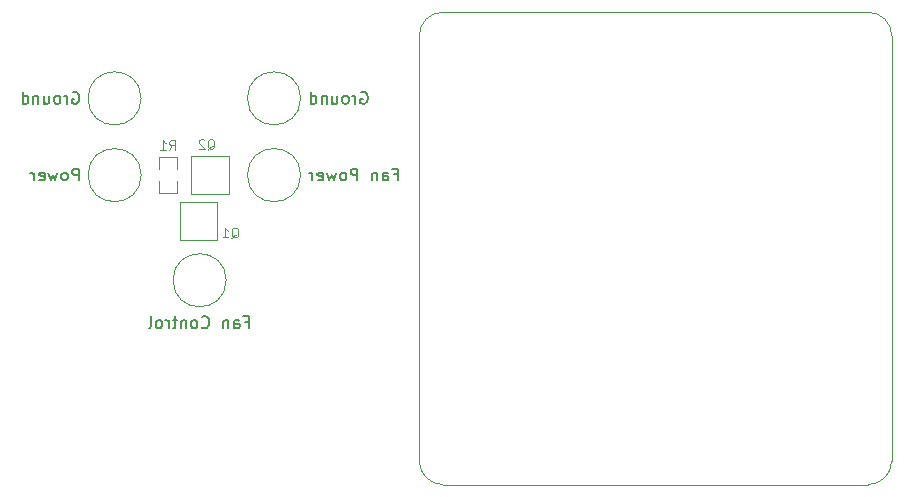
<source format=gbo>
G04 #@! TF.GenerationSoftware,KiCad,Pcbnew,5.0.2-bee76a0~70~ubuntu16.04.1*
G04 #@! TF.CreationDate,2019-08-24T22:06:37-07:00*
G04 #@! TF.ProjectId,endcap,656e6463-6170-42e6-9b69-6361645f7063,rev?*
G04 #@! TF.SameCoordinates,PX2faf080PY2faf080*
G04 #@! TF.FileFunction,Legend,Bot*
G04 #@! TF.FilePolarity,Positive*
%FSLAX46Y46*%
G04 Gerber Fmt 4.6, Leading zero omitted, Abs format (unit mm)*
G04 Created by KiCad (PCBNEW 5.0.2-bee76a0~70~ubuntu16.04.1) date Sat 24 Aug 2019 10:06:37 PM PDT*
%MOMM*%
%LPD*%
G01*
G04 APERTURE LIST*
%ADD10C,0.100000*%
%ADD11C,0.120000*%
%ADD12C,0.150000*%
G04 APERTURE END LIST*
D10*
G04 #@! TO.C,REF\002A\002A*
X41400000Y-50000000D02*
G75*
G03X43400000Y-52000000I2000000J0D01*
G01*
X43400000Y-12000000D02*
G75*
G03X41400000Y-14000000I0J-2000000D01*
G01*
X81400000Y-14000000D02*
G75*
G03X79400000Y-12000000I-2000000J0D01*
G01*
X79400000Y-52000000D02*
G75*
G03X81400000Y-50000000I0J2000000D01*
G01*
X79400000Y-52000000D02*
X43400000Y-52000000D01*
X81400000Y-14000000D02*
X81400000Y-50000000D01*
X43400000Y-12000000D02*
X79400000Y-12000000D01*
X41400000Y-50000000D02*
X41400000Y-14000000D01*
G04 #@! TO.C,R1*
X20862000Y-27324000D02*
X20862000Y-26308000D01*
X19338000Y-27324000D02*
X20862000Y-27324000D01*
X19338000Y-26308000D02*
X19338000Y-27324000D01*
X19338000Y-24276000D02*
X19338000Y-25292000D01*
X20862000Y-24276000D02*
X19338000Y-24276000D01*
X20862000Y-25292000D02*
X20862000Y-24276000D01*
G04 #@! TO.C,Q1*
X21100000Y-31300000D02*
X21100000Y-28100000D01*
X24300000Y-31300000D02*
X21100000Y-31300000D01*
X24300000Y-28100000D02*
X24300000Y-31300000D01*
X21100000Y-28100000D02*
X24300000Y-28100000D01*
G04 #@! TO.C,Q2*
X22100000Y-24200000D02*
X25300000Y-24200000D01*
X22100000Y-27400000D02*
X22100000Y-24200000D01*
X25300000Y-27400000D02*
X22100000Y-27400000D01*
X25300000Y-24200000D02*
X25300000Y-27400000D01*
D11*
G04 #@! TO.C,TP1*
X17850000Y-25800000D02*
G75*
G03X17850000Y-25800000I-2250000J0D01*
G01*
G04 #@! TO.C,TP2*
X25050000Y-34700000D02*
G75*
G03X25050000Y-34700000I-2250000J0D01*
G01*
G04 #@! TO.C,TP3*
X17850000Y-19300000D02*
G75*
G03X17850000Y-19300000I-2250000J0D01*
G01*
G04 #@! TO.C,TP4*
X31350000Y-25800000D02*
G75*
G03X31350000Y-25800000I-2250000J0D01*
G01*
G04 #@! TO.C,TP5*
X31350000Y-19300000D02*
G75*
G03X31350000Y-19300000I-2250000J0D01*
G01*
G04 #@! TO.C,R1*
D10*
X20233333Y-23661904D02*
X20500000Y-23280952D01*
X20690476Y-23661904D02*
X20690476Y-22861904D01*
X20385714Y-22861904D01*
X20309523Y-22900000D01*
X20271428Y-22938095D01*
X20233333Y-23014285D01*
X20233333Y-23128571D01*
X20271428Y-23204761D01*
X20309523Y-23242857D01*
X20385714Y-23280952D01*
X20690476Y-23280952D01*
X19471428Y-23661904D02*
X19928571Y-23661904D01*
X19700000Y-23661904D02*
X19700000Y-22861904D01*
X19776190Y-22976190D01*
X19852380Y-23052380D01*
X19928571Y-23090476D01*
G04 #@! TO.C,Q1*
X25476190Y-31138095D02*
X25552380Y-31100000D01*
X25628571Y-31023809D01*
X25742857Y-30909523D01*
X25819047Y-30871428D01*
X25895238Y-30871428D01*
X25857142Y-31061904D02*
X25933333Y-31023809D01*
X26009523Y-30947619D01*
X26047619Y-30795238D01*
X26047619Y-30528571D01*
X26009523Y-30376190D01*
X25933333Y-30300000D01*
X25857142Y-30261904D01*
X25704761Y-30261904D01*
X25628571Y-30300000D01*
X25552380Y-30376190D01*
X25514285Y-30528571D01*
X25514285Y-30795238D01*
X25552380Y-30947619D01*
X25628571Y-31023809D01*
X25704761Y-31061904D01*
X25857142Y-31061904D01*
X24752380Y-31061904D02*
X25209523Y-31061904D01*
X24980952Y-31061904D02*
X24980952Y-30261904D01*
X25057142Y-30376190D01*
X25133333Y-30452380D01*
X25209523Y-30490476D01*
G04 #@! TO.C,Q2*
X23476190Y-23638095D02*
X23552380Y-23600000D01*
X23628571Y-23523809D01*
X23742857Y-23409523D01*
X23819047Y-23371428D01*
X23895238Y-23371428D01*
X23857142Y-23561904D02*
X23933333Y-23523809D01*
X24009523Y-23447619D01*
X24047619Y-23295238D01*
X24047619Y-23028571D01*
X24009523Y-22876190D01*
X23933333Y-22800000D01*
X23857142Y-22761904D01*
X23704761Y-22761904D01*
X23628571Y-22800000D01*
X23552380Y-22876190D01*
X23514285Y-23028571D01*
X23514285Y-23295238D01*
X23552380Y-23447619D01*
X23628571Y-23523809D01*
X23704761Y-23561904D01*
X23857142Y-23561904D01*
X23209523Y-22838095D02*
X23171428Y-22800000D01*
X23095238Y-22761904D01*
X22904761Y-22761904D01*
X22828571Y-22800000D01*
X22790476Y-22838095D01*
X22752380Y-22914285D01*
X22752380Y-22990476D01*
X22790476Y-23104761D01*
X23247619Y-23561904D01*
X22752380Y-23561904D01*
G04 #@! TO.C,TP1*
D12*
X12576190Y-26252380D02*
X12576190Y-25252380D01*
X12195238Y-25252380D01*
X12100000Y-25300000D01*
X12052380Y-25347619D01*
X12004761Y-25442857D01*
X12004761Y-25585714D01*
X12052380Y-25680952D01*
X12100000Y-25728571D01*
X12195238Y-25776190D01*
X12576190Y-25776190D01*
X11433333Y-26252380D02*
X11528571Y-26204761D01*
X11576190Y-26157142D01*
X11623809Y-26061904D01*
X11623809Y-25776190D01*
X11576190Y-25680952D01*
X11528571Y-25633333D01*
X11433333Y-25585714D01*
X11290476Y-25585714D01*
X11195238Y-25633333D01*
X11147619Y-25680952D01*
X11100000Y-25776190D01*
X11100000Y-26061904D01*
X11147619Y-26157142D01*
X11195238Y-26204761D01*
X11290476Y-26252380D01*
X11433333Y-26252380D01*
X10766666Y-25585714D02*
X10576190Y-26252380D01*
X10385714Y-25776190D01*
X10195238Y-26252380D01*
X10004761Y-25585714D01*
X9242857Y-26204761D02*
X9338095Y-26252380D01*
X9528571Y-26252380D01*
X9623809Y-26204761D01*
X9671428Y-26109523D01*
X9671428Y-25728571D01*
X9623809Y-25633333D01*
X9528571Y-25585714D01*
X9338095Y-25585714D01*
X9242857Y-25633333D01*
X9195238Y-25728571D01*
X9195238Y-25823809D01*
X9671428Y-25919047D01*
X8766666Y-26252380D02*
X8766666Y-25585714D01*
X8766666Y-25776190D02*
X8719047Y-25680952D01*
X8671428Y-25633333D01*
X8576190Y-25585714D01*
X8480952Y-25585714D01*
G04 #@! TO.C,TP2*
X26657142Y-38228571D02*
X26990476Y-38228571D01*
X26990476Y-38752380D02*
X26990476Y-37752380D01*
X26514285Y-37752380D01*
X25704761Y-38752380D02*
X25704761Y-38228571D01*
X25752380Y-38133333D01*
X25847619Y-38085714D01*
X26038095Y-38085714D01*
X26133333Y-38133333D01*
X25704761Y-38704761D02*
X25800000Y-38752380D01*
X26038095Y-38752380D01*
X26133333Y-38704761D01*
X26180952Y-38609523D01*
X26180952Y-38514285D01*
X26133333Y-38419047D01*
X26038095Y-38371428D01*
X25800000Y-38371428D01*
X25704761Y-38323809D01*
X25228571Y-38085714D02*
X25228571Y-38752380D01*
X25228571Y-38180952D02*
X25180952Y-38133333D01*
X25085714Y-38085714D01*
X24942857Y-38085714D01*
X24847619Y-38133333D01*
X24800000Y-38228571D01*
X24800000Y-38752380D01*
X22990476Y-38657142D02*
X23038095Y-38704761D01*
X23180952Y-38752380D01*
X23276190Y-38752380D01*
X23419047Y-38704761D01*
X23514285Y-38609523D01*
X23561904Y-38514285D01*
X23609523Y-38323809D01*
X23609523Y-38180952D01*
X23561904Y-37990476D01*
X23514285Y-37895238D01*
X23419047Y-37800000D01*
X23276190Y-37752380D01*
X23180952Y-37752380D01*
X23038095Y-37800000D01*
X22990476Y-37847619D01*
X22419047Y-38752380D02*
X22514285Y-38704761D01*
X22561904Y-38657142D01*
X22609523Y-38561904D01*
X22609523Y-38276190D01*
X22561904Y-38180952D01*
X22514285Y-38133333D01*
X22419047Y-38085714D01*
X22276190Y-38085714D01*
X22180952Y-38133333D01*
X22133333Y-38180952D01*
X22085714Y-38276190D01*
X22085714Y-38561904D01*
X22133333Y-38657142D01*
X22180952Y-38704761D01*
X22276190Y-38752380D01*
X22419047Y-38752380D01*
X21657142Y-38085714D02*
X21657142Y-38752380D01*
X21657142Y-38180952D02*
X21609523Y-38133333D01*
X21514285Y-38085714D01*
X21371428Y-38085714D01*
X21276190Y-38133333D01*
X21228571Y-38228571D01*
X21228571Y-38752380D01*
X20895238Y-38085714D02*
X20514285Y-38085714D01*
X20752380Y-37752380D02*
X20752380Y-38609523D01*
X20704761Y-38704761D01*
X20609523Y-38752380D01*
X20514285Y-38752380D01*
X20180952Y-38752380D02*
X20180952Y-38085714D01*
X20180952Y-38276190D02*
X20133333Y-38180952D01*
X20085714Y-38133333D01*
X19990476Y-38085714D01*
X19895238Y-38085714D01*
X19419047Y-38752380D02*
X19514285Y-38704761D01*
X19561904Y-38657142D01*
X19609523Y-38561904D01*
X19609523Y-38276190D01*
X19561904Y-38180952D01*
X19514285Y-38133333D01*
X19419047Y-38085714D01*
X19276190Y-38085714D01*
X19180952Y-38133333D01*
X19133333Y-38180952D01*
X19085714Y-38276190D01*
X19085714Y-38561904D01*
X19133333Y-38657142D01*
X19180952Y-38704761D01*
X19276190Y-38752380D01*
X19419047Y-38752380D01*
X18514285Y-38752380D02*
X18609523Y-38704761D01*
X18657142Y-38609523D01*
X18657142Y-37752380D01*
G04 #@! TO.C,TP3*
X12057142Y-18800000D02*
X12152380Y-18752380D01*
X12295238Y-18752380D01*
X12438095Y-18800000D01*
X12533333Y-18895238D01*
X12580952Y-18990476D01*
X12628571Y-19180952D01*
X12628571Y-19323809D01*
X12580952Y-19514285D01*
X12533333Y-19609523D01*
X12438095Y-19704761D01*
X12295238Y-19752380D01*
X12200000Y-19752380D01*
X12057142Y-19704761D01*
X12009523Y-19657142D01*
X12009523Y-19323809D01*
X12200000Y-19323809D01*
X11580952Y-19752380D02*
X11580952Y-19085714D01*
X11580952Y-19276190D02*
X11533333Y-19180952D01*
X11485714Y-19133333D01*
X11390476Y-19085714D01*
X11295238Y-19085714D01*
X10819047Y-19752380D02*
X10914285Y-19704761D01*
X10961904Y-19657142D01*
X11009523Y-19561904D01*
X11009523Y-19276190D01*
X10961904Y-19180952D01*
X10914285Y-19133333D01*
X10819047Y-19085714D01*
X10676190Y-19085714D01*
X10580952Y-19133333D01*
X10533333Y-19180952D01*
X10485714Y-19276190D01*
X10485714Y-19561904D01*
X10533333Y-19657142D01*
X10580952Y-19704761D01*
X10676190Y-19752380D01*
X10819047Y-19752380D01*
X9628571Y-19085714D02*
X9628571Y-19752380D01*
X10057142Y-19085714D02*
X10057142Y-19609523D01*
X10009523Y-19704761D01*
X9914285Y-19752380D01*
X9771428Y-19752380D01*
X9676190Y-19704761D01*
X9628571Y-19657142D01*
X9152380Y-19085714D02*
X9152380Y-19752380D01*
X9152380Y-19180952D02*
X9104761Y-19133333D01*
X9009523Y-19085714D01*
X8866666Y-19085714D01*
X8771428Y-19133333D01*
X8723809Y-19228571D01*
X8723809Y-19752380D01*
X7819047Y-19752380D02*
X7819047Y-18752380D01*
X7819047Y-19704761D02*
X7914285Y-19752380D01*
X8104761Y-19752380D01*
X8200000Y-19704761D01*
X8247619Y-19657142D01*
X8295238Y-19561904D01*
X8295238Y-19276190D01*
X8247619Y-19180952D01*
X8200000Y-19133333D01*
X8104761Y-19085714D01*
X7914285Y-19085714D01*
X7819047Y-19133333D01*
G04 #@! TO.C,TP4*
X39257142Y-25728571D02*
X39590476Y-25728571D01*
X39590476Y-26252380D02*
X39590476Y-25252380D01*
X39114285Y-25252380D01*
X38304761Y-26252380D02*
X38304761Y-25728571D01*
X38352380Y-25633333D01*
X38447619Y-25585714D01*
X38638095Y-25585714D01*
X38733333Y-25633333D01*
X38304761Y-26204761D02*
X38400000Y-26252380D01*
X38638095Y-26252380D01*
X38733333Y-26204761D01*
X38780952Y-26109523D01*
X38780952Y-26014285D01*
X38733333Y-25919047D01*
X38638095Y-25871428D01*
X38400000Y-25871428D01*
X38304761Y-25823809D01*
X37828571Y-25585714D02*
X37828571Y-26252380D01*
X37828571Y-25680952D02*
X37780952Y-25633333D01*
X37685714Y-25585714D01*
X37542857Y-25585714D01*
X37447619Y-25633333D01*
X37400000Y-25728571D01*
X37400000Y-26252380D01*
X36161904Y-26252380D02*
X36161904Y-25252380D01*
X35780952Y-25252380D01*
X35685714Y-25300000D01*
X35638095Y-25347619D01*
X35590476Y-25442857D01*
X35590476Y-25585714D01*
X35638095Y-25680952D01*
X35685714Y-25728571D01*
X35780952Y-25776190D01*
X36161904Y-25776190D01*
X35019047Y-26252380D02*
X35114285Y-26204761D01*
X35161904Y-26157142D01*
X35209523Y-26061904D01*
X35209523Y-25776190D01*
X35161904Y-25680952D01*
X35114285Y-25633333D01*
X35019047Y-25585714D01*
X34876190Y-25585714D01*
X34780952Y-25633333D01*
X34733333Y-25680952D01*
X34685714Y-25776190D01*
X34685714Y-26061904D01*
X34733333Y-26157142D01*
X34780952Y-26204761D01*
X34876190Y-26252380D01*
X35019047Y-26252380D01*
X34352380Y-25585714D02*
X34161904Y-26252380D01*
X33971428Y-25776190D01*
X33780952Y-26252380D01*
X33590476Y-25585714D01*
X32828571Y-26204761D02*
X32923809Y-26252380D01*
X33114285Y-26252380D01*
X33209523Y-26204761D01*
X33257142Y-26109523D01*
X33257142Y-25728571D01*
X33209523Y-25633333D01*
X33114285Y-25585714D01*
X32923809Y-25585714D01*
X32828571Y-25633333D01*
X32780952Y-25728571D01*
X32780952Y-25823809D01*
X33257142Y-25919047D01*
X32352380Y-26252380D02*
X32352380Y-25585714D01*
X32352380Y-25776190D02*
X32304761Y-25680952D01*
X32257142Y-25633333D01*
X32161904Y-25585714D01*
X32066666Y-25585714D01*
G04 #@! TO.C,TP5*
X36457142Y-18800000D02*
X36552380Y-18752380D01*
X36695238Y-18752380D01*
X36838095Y-18800000D01*
X36933333Y-18895238D01*
X36980952Y-18990476D01*
X37028571Y-19180952D01*
X37028571Y-19323809D01*
X36980952Y-19514285D01*
X36933333Y-19609523D01*
X36838095Y-19704761D01*
X36695238Y-19752380D01*
X36600000Y-19752380D01*
X36457142Y-19704761D01*
X36409523Y-19657142D01*
X36409523Y-19323809D01*
X36600000Y-19323809D01*
X35980952Y-19752380D02*
X35980952Y-19085714D01*
X35980952Y-19276190D02*
X35933333Y-19180952D01*
X35885714Y-19133333D01*
X35790476Y-19085714D01*
X35695238Y-19085714D01*
X35219047Y-19752380D02*
X35314285Y-19704761D01*
X35361904Y-19657142D01*
X35409523Y-19561904D01*
X35409523Y-19276190D01*
X35361904Y-19180952D01*
X35314285Y-19133333D01*
X35219047Y-19085714D01*
X35076190Y-19085714D01*
X34980952Y-19133333D01*
X34933333Y-19180952D01*
X34885714Y-19276190D01*
X34885714Y-19561904D01*
X34933333Y-19657142D01*
X34980952Y-19704761D01*
X35076190Y-19752380D01*
X35219047Y-19752380D01*
X34028571Y-19085714D02*
X34028571Y-19752380D01*
X34457142Y-19085714D02*
X34457142Y-19609523D01*
X34409523Y-19704761D01*
X34314285Y-19752380D01*
X34171428Y-19752380D01*
X34076190Y-19704761D01*
X34028571Y-19657142D01*
X33552380Y-19085714D02*
X33552380Y-19752380D01*
X33552380Y-19180952D02*
X33504761Y-19133333D01*
X33409523Y-19085714D01*
X33266666Y-19085714D01*
X33171428Y-19133333D01*
X33123809Y-19228571D01*
X33123809Y-19752380D01*
X32219047Y-19752380D02*
X32219047Y-18752380D01*
X32219047Y-19704761D02*
X32314285Y-19752380D01*
X32504761Y-19752380D01*
X32600000Y-19704761D01*
X32647619Y-19657142D01*
X32695238Y-19561904D01*
X32695238Y-19276190D01*
X32647619Y-19180952D01*
X32600000Y-19133333D01*
X32504761Y-19085714D01*
X32314285Y-19085714D01*
X32219047Y-19133333D01*
G04 #@! TD*
M02*

</source>
